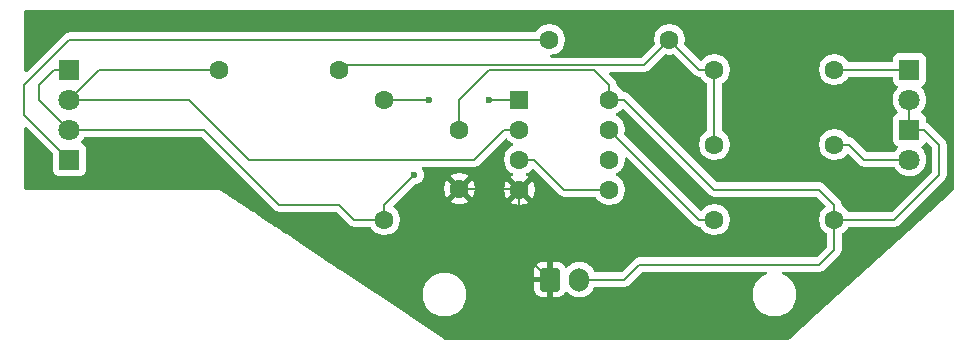
<source format=gbr>
%TF.GenerationSoftware,KiCad,Pcbnew,9.0.4-9.0.4-0~ubuntu22.04.1*%
%TF.CreationDate,2025-10-04T20:23:47+09:00*%
%TF.ProjectId,practice10.13,70726163-7469-4636-9531-302e31332e6b,rev?*%
%TF.SameCoordinates,Original*%
%TF.FileFunction,Copper,L1,Top*%
%TF.FilePolarity,Positive*%
%FSLAX46Y46*%
G04 Gerber Fmt 4.6, Leading zero omitted, Abs format (unit mm)*
G04 Created by KiCad (PCBNEW 9.0.4-9.0.4-0~ubuntu22.04.1) date 2025-10-04 20:23:47*
%MOMM*%
%LPD*%
G01*
G04 APERTURE LIST*
G04 Aperture macros list*
%AMRoundRect*
0 Rectangle with rounded corners*
0 $1 Rounding radius*
0 $2 $3 $4 $5 $6 $7 $8 $9 X,Y pos of 4 corners*
0 Add a 4 corners polygon primitive as box body*
4,1,4,$2,$3,$4,$5,$6,$7,$8,$9,$2,$3,0*
0 Add four circle primitives for the rounded corners*
1,1,$1+$1,$2,$3*
1,1,$1+$1,$4,$5*
1,1,$1+$1,$6,$7*
1,1,$1+$1,$8,$9*
0 Add four rect primitives between the rounded corners*
20,1,$1+$1,$2,$3,$4,$5,0*
20,1,$1+$1,$4,$5,$6,$7,0*
20,1,$1+$1,$6,$7,$8,$9,0*
20,1,$1+$1,$8,$9,$2,$3,0*%
G04 Aperture macros list end*
%TA.AperFunction,ComponentPad*%
%ADD10C,1.800000*%
%TD*%
%TA.AperFunction,ComponentPad*%
%ADD11R,1.800000X1.800000*%
%TD*%
%TA.AperFunction,ComponentPad*%
%ADD12C,1.600000*%
%TD*%
%TA.AperFunction,ComponentPad*%
%ADD13RoundRect,0.250000X-0.600000X-0.750000X0.600000X-0.750000X0.600000X0.750000X-0.600000X0.750000X0*%
%TD*%
%TA.AperFunction,ComponentPad*%
%ADD14O,1.700000X2.000000*%
%TD*%
%TA.AperFunction,ComponentPad*%
%ADD15RoundRect,0.250000X-0.550000X-0.550000X0.550000X-0.550000X0.550000X0.550000X-0.550000X0.550000X0*%
%TD*%
%TA.AperFunction,ViaPad*%
%ADD16C,0.600000*%
%TD*%
%TA.AperFunction,Conductor*%
%ADD17C,0.200000*%
%TD*%
G04 APERTURE END LIST*
D10*
%TO.P,Q2,2,E*%
%TO.N,Net-(Q2-E)*%
X113030000Y-50800000D03*
D11*
%TO.P,Q2,1,C*%
%TO.N,VCC*%
X113030000Y-48260000D03*
%TD*%
D12*
%TO.P,R5,1*%
%TO.N,VCC*%
X139700000Y-60960000D03*
%TO.P,R5,2*%
%TO.N,Net-(J2-Pin_5)*%
X139700000Y-50800000D03*
%TD*%
D13*
%TO.P,J2,1,Pin_1*%
%TO.N,GND*%
X153710000Y-66040000D03*
D14*
%TO.P,J2,2,Pin_2*%
%TO.N,VCC*%
X156210000Y-66040000D03*
%TD*%
D11*
%TO.P,D1,1,K*%
%TO.N,Net-(D1-K)*%
X184150000Y-48260000D03*
D10*
%TO.P,D1,2,A*%
%TO.N,VCC*%
X184150000Y-50800000D03*
%TD*%
D12*
%TO.P,R1,1*%
%TO.N,Net-(D1-K)*%
X177800000Y-48260000D03*
%TO.P,R1,2*%
%TO.N,Net-(R1-Pad2)*%
X167640000Y-48260000D03*
%TD*%
%TO.P,R6,1*%
%TO.N,VCC*%
X177800000Y-60960000D03*
%TO.P,R6,2*%
%TO.N,Net-(J2-Pin_4)*%
X167640000Y-60960000D03*
%TD*%
D11*
%TO.P,D2,1,K*%
%TO.N,Net-(D2-K)*%
X113030000Y-55880000D03*
D10*
%TO.P,D2,2,A*%
%TO.N,VCC*%
X113030000Y-53340000D03*
%TD*%
D12*
%TO.P,R4,1*%
%TO.N,Net-(Q2-E)*%
X125730000Y-48260000D03*
%TO.P,R4,2*%
%TO.N,Net-(R1-Pad2)*%
X135890000Y-48260000D03*
%TD*%
%TO.P,C1,1*%
%TO.N,VCC*%
X146050000Y-53340000D03*
%TO.P,C1,2*%
%TO.N,GND*%
X146050000Y-58340000D03*
%TD*%
%TO.P,R3,1*%
%TO.N,Net-(Q1-E)*%
X177800000Y-54610000D03*
%TO.P,R3,2*%
%TO.N,Net-(R1-Pad2)*%
X167640000Y-54610000D03*
%TD*%
D15*
%TO.P,U1,1*%
%TO.N,Net-(J2-Pin_5)*%
X151130000Y-50800000D03*
D12*
%TO.P,U1,2,-*%
%TO.N,Net-(Q2-E)*%
X151130000Y-53340000D03*
%TO.P,U1,3,+*%
%TO.N,Net-(J2-Pin_3)*%
X151130000Y-55880000D03*
%TO.P,U1,4,V-*%
%TO.N,GND*%
X151130000Y-58420000D03*
%TO.P,U1,5,+*%
%TO.N,Net-(J2-Pin_3)*%
X158750000Y-58420000D03*
%TO.P,U1,6,-*%
%TO.N,Net-(Q1-E)*%
X158750000Y-55880000D03*
%TO.P,U1,7*%
%TO.N,Net-(J2-Pin_4)*%
X158750000Y-53340000D03*
%TO.P,U1,8,V+*%
%TO.N,VCC*%
X158750000Y-50800000D03*
%TD*%
%TO.P,R2,1*%
%TO.N,Net-(D2-K)*%
X153670000Y-45720000D03*
%TO.P,R2,2*%
%TO.N,Net-(R1-Pad2)*%
X163830000Y-45720000D03*
%TD*%
D11*
%TO.P,Q1,1,C*%
%TO.N,VCC*%
X184150000Y-53340000D03*
D10*
%TO.P,Q1,2,E*%
%TO.N,Net-(Q1-E)*%
X184150000Y-55880000D03*
%TD*%
D16*
%TO.N,Net-(J2-Pin_5)*%
X143510000Y-50800000D03*
X148590000Y-50800000D03*
%TO.N,VCC*%
X142240000Y-57150000D03*
%TD*%
D17*
%TO.N,GND*%
X153710000Y-66040000D02*
X151170000Y-63500000D01*
X151170000Y-63500000D02*
X151130000Y-63500000D01*
X151130000Y-63500000D02*
X151130000Y-58420000D01*
%TO.N,Net-(Q2-E)*%
X125730000Y-48260000D02*
X115570000Y-48260000D01*
X115570000Y-48260000D02*
X113030000Y-50800000D01*
%TO.N,Net-(J2-Pin_5)*%
X148590000Y-50800000D02*
X151130000Y-50800000D01*
X143510000Y-50800000D02*
X139700000Y-50800000D01*
%TO.N,VCC*%
X139700000Y-59690000D02*
X142240000Y-57150000D01*
X139700000Y-60960000D02*
X139700000Y-59690000D01*
%TO.N,Net-(D2-K)*%
X113030000Y-45720000D02*
X109220000Y-49530000D01*
X153670000Y-45720000D02*
X113030000Y-45720000D01*
X109220000Y-49530000D02*
X109220000Y-52070000D01*
X109220000Y-52070000D02*
X113030000Y-55880000D01*
%TO.N,Net-(R1-Pad2)*%
X135890000Y-48260000D02*
X136291000Y-47859000D01*
X136291000Y-47859000D02*
X161691000Y-47859000D01*
X161691000Y-47859000D02*
X163830000Y-45720000D01*
%TO.N,Net-(Q2-E)*%
X123190000Y-50800000D02*
X128270000Y-55880000D01*
X128270000Y-55880000D02*
X147320000Y-55880000D01*
X147320000Y-55880000D02*
X149860000Y-53340000D01*
X149860000Y-53340000D02*
X151130000Y-53340000D01*
X113030000Y-50800000D02*
X123190000Y-50800000D01*
%TO.N,VCC*%
X135890000Y-59690000D02*
X130810000Y-59690000D01*
X139700000Y-60960000D02*
X137160000Y-60960000D01*
X130810000Y-59690000D02*
X124460000Y-53340000D01*
X137160000Y-60960000D02*
X135890000Y-59690000D01*
X124460000Y-53340000D02*
X113030000Y-53340000D01*
X113030000Y-53340000D02*
X110490000Y-50800000D01*
X110490000Y-49530000D02*
X111760000Y-48260000D01*
X110490000Y-50800000D02*
X110490000Y-49530000D01*
X111760000Y-48260000D02*
X113030000Y-48260000D01*
X185420000Y-53340000D02*
X186690000Y-54610000D01*
X184150000Y-53340000D02*
X185420000Y-53340000D01*
X186690000Y-57150000D02*
X182880000Y-60960000D01*
X186690000Y-54610000D02*
X186690000Y-57150000D01*
X182880000Y-60960000D02*
X177800000Y-60960000D01*
X158750000Y-49530000D02*
X157480000Y-48260000D01*
X176530000Y-58420000D02*
X177800000Y-59690000D01*
X176530000Y-64770000D02*
X177800000Y-63500000D01*
%TO.N,Net-(J2-Pin_3)*%
X154940000Y-58420000D02*
X152400000Y-55880000D01*
X158750000Y-58420000D02*
X154940000Y-58420000D01*
X152400000Y-55880000D02*
X151130000Y-55880000D01*
%TO.N,VCC*%
X146050000Y-53340000D02*
X146050000Y-50800000D01*
X146050000Y-50800000D02*
X148590000Y-48260000D01*
X148590000Y-48260000D02*
X157480000Y-48260000D01*
X158750000Y-49530000D02*
X158750000Y-50800000D01*
%TO.N,GND*%
X146050000Y-58340000D02*
X151050000Y-58340000D01*
X151050000Y-58340000D02*
X151130000Y-58420000D01*
%TO.N,VCC*%
X161290000Y-64770000D02*
X176530000Y-64770000D01*
X177800000Y-63500000D02*
X177800000Y-60960000D01*
X156210000Y-66040000D02*
X160020000Y-66040000D01*
X160020000Y-66040000D02*
X161290000Y-64770000D01*
%TO.N,Net-(Q1-E)*%
X179070000Y-54610000D02*
X180340000Y-55880000D01*
X177800000Y-54610000D02*
X179070000Y-54610000D01*
X180340000Y-55880000D02*
X184150000Y-55880000D01*
%TO.N,Net-(D1-K)*%
X184150000Y-48260000D02*
X177800000Y-48260000D01*
%TO.N,Net-(R1-Pad2)*%
X167640000Y-48260000D02*
X166370000Y-48260000D01*
X166370000Y-48260000D02*
X163830000Y-45720000D01*
X167640000Y-54610000D02*
X167640000Y-48260000D01*
%TO.N,VCC*%
X158750000Y-50800000D02*
X160020000Y-50800000D01*
X160020000Y-50800000D02*
X167640000Y-58420000D01*
X167640000Y-58420000D02*
X176530000Y-58420000D01*
X177800000Y-59690000D02*
X177800000Y-60960000D01*
%TO.N,Net-(J2-Pin_4)*%
X167640000Y-60960000D02*
X166370000Y-60960000D01*
X166370000Y-60960000D02*
X158750000Y-53340000D01*
%TO.N,VCC*%
X184150000Y-50800000D02*
X184150000Y-53340000D01*
%TD*%
%TA.AperFunction,Conductor*%
%TO.N,GND*%
G36*
X187903039Y-43199685D02*
G01*
X187948794Y-43252489D01*
X187960000Y-43304000D01*
X187960000Y-58365146D01*
X187940315Y-58432185D01*
X187919411Y-58456899D01*
X185845150Y-60342591D01*
X176351452Y-68973226D01*
X174025472Y-71087753D01*
X173962626Y-71118283D01*
X173942061Y-71120000D01*
X144817544Y-71120000D01*
X144750505Y-71100315D01*
X144748761Y-71099174D01*
X139031741Y-67287827D01*
X138883067Y-67188711D01*
X142929500Y-67188711D01*
X142929500Y-67431288D01*
X142961161Y-67671785D01*
X143023947Y-67906104D01*
X143116773Y-68130205D01*
X143116776Y-68130212D01*
X143238064Y-68340289D01*
X143238066Y-68340292D01*
X143238067Y-68340293D01*
X143385733Y-68532736D01*
X143385739Y-68532743D01*
X143557256Y-68704260D01*
X143557262Y-68704265D01*
X143749711Y-68851936D01*
X143959788Y-68973224D01*
X144183900Y-69066054D01*
X144418211Y-69128838D01*
X144598586Y-69152584D01*
X144658711Y-69160500D01*
X144658712Y-69160500D01*
X144901289Y-69160500D01*
X144949388Y-69154167D01*
X145141789Y-69128838D01*
X145376100Y-69066054D01*
X145600212Y-68973224D01*
X145810289Y-68851936D01*
X146002738Y-68704265D01*
X146174265Y-68532738D01*
X146321936Y-68340289D01*
X146443224Y-68130212D01*
X146536054Y-67906100D01*
X146598838Y-67671789D01*
X146630500Y-67431288D01*
X146630500Y-67188712D01*
X146598838Y-66948211D01*
X146536054Y-66713900D01*
X146443224Y-66489788D01*
X146321936Y-66279711D01*
X146174265Y-66087262D01*
X146174260Y-66087256D01*
X146002743Y-65915739D01*
X146002736Y-65915733D01*
X145810293Y-65768067D01*
X145810292Y-65768066D01*
X145810289Y-65768064D01*
X145600212Y-65646776D01*
X145600198Y-65646770D01*
X145376104Y-65553947D01*
X145141785Y-65491161D01*
X144901289Y-65459500D01*
X144901288Y-65459500D01*
X144658712Y-65459500D01*
X144658711Y-65459500D01*
X144418214Y-65491161D01*
X144183895Y-65553947D01*
X143959794Y-65646773D01*
X143959785Y-65646777D01*
X143749706Y-65768067D01*
X143557263Y-65915733D01*
X143557256Y-65915739D01*
X143385739Y-66087256D01*
X143385733Y-66087263D01*
X143238067Y-66279706D01*
X143116777Y-66489785D01*
X143116773Y-66489794D01*
X143023947Y-66713895D01*
X142961161Y-66948214D01*
X142929500Y-67188711D01*
X138883067Y-67188711D01*
X136110057Y-65340038D01*
X135960020Y-65240013D01*
X135792761Y-65128507D01*
X135792752Y-65128501D01*
X135556313Y-64970875D01*
X135389834Y-64859889D01*
X135202427Y-64734951D01*
X135008462Y-64605641D01*
X134534219Y-64289479D01*
X134459042Y-64239361D01*
X134459039Y-64239359D01*
X134415638Y-64210425D01*
X132899855Y-63199903D01*
X131442716Y-62228477D01*
X131218673Y-62079115D01*
X131027948Y-61951965D01*
X130478675Y-61585783D01*
X130476110Y-61584073D01*
X130440749Y-61560499D01*
X130379360Y-61519573D01*
X130335959Y-61490639D01*
X130260782Y-61440521D01*
X130260779Y-61440519D01*
X130086578Y-61324385D01*
X130077761Y-61318507D01*
X130077752Y-61318501D01*
X129693527Y-61062351D01*
X129083198Y-60655465D01*
X128613887Y-60342591D01*
X128584772Y-60323181D01*
X128537693Y-60291795D01*
X128517578Y-60278385D01*
X128474363Y-60249575D01*
X128430962Y-60220641D01*
X128430959Y-60220639D01*
X128396786Y-60197857D01*
X128052053Y-59968035D01*
X128004254Y-59936169D01*
X127871573Y-59847715D01*
X127796156Y-59797437D01*
X127789355Y-59792903D01*
X127732172Y-59754781D01*
X127537133Y-59624755D01*
X127516418Y-59610945D01*
X127417133Y-59544755D01*
X127287320Y-59458213D01*
X127277789Y-59451859D01*
X127000820Y-59267213D01*
X126914219Y-59209479D01*
X126818882Y-59145921D01*
X126795635Y-59130423D01*
X126752420Y-59101613D01*
X126752039Y-59101359D01*
X126752024Y-59101349D01*
X126734249Y-59089499D01*
X126732308Y-59088205D01*
X126704723Y-59069815D01*
X126698882Y-59065921D01*
X126685229Y-59056819D01*
X126679772Y-59053181D01*
X126632039Y-59021359D01*
X126632024Y-59021349D01*
X126478835Y-58919223D01*
X126450782Y-58900521D01*
X126358547Y-58839031D01*
X126276578Y-58784385D01*
X125883527Y-58522351D01*
X125883476Y-58522317D01*
X125785349Y-58456899D01*
X125763476Y-58442317D01*
X125730000Y-58420000D01*
X109344000Y-58420000D01*
X109276961Y-58400315D01*
X109231206Y-58347511D01*
X109220000Y-58296000D01*
X109220000Y-53218597D01*
X109239685Y-53151558D01*
X109292489Y-53105803D01*
X109361647Y-53095859D01*
X109425203Y-53124884D01*
X109431681Y-53130916D01*
X111593181Y-55292416D01*
X111626666Y-55353739D01*
X111629500Y-55380097D01*
X111629500Y-56827870D01*
X111629501Y-56827876D01*
X111635908Y-56887483D01*
X111686202Y-57022328D01*
X111686206Y-57022335D01*
X111772452Y-57137544D01*
X111772455Y-57137547D01*
X111887664Y-57223793D01*
X111887671Y-57223797D01*
X112022517Y-57274091D01*
X112022516Y-57274091D01*
X112029444Y-57274835D01*
X112082127Y-57280500D01*
X113977872Y-57280499D01*
X114037483Y-57274091D01*
X114172331Y-57223796D01*
X114287546Y-57137546D01*
X114373796Y-57022331D01*
X114424091Y-56887483D01*
X114430500Y-56827873D01*
X114430499Y-54932128D01*
X114424091Y-54872517D01*
X114417983Y-54856141D01*
X114373797Y-54737671D01*
X114373793Y-54737664D01*
X114287547Y-54622455D01*
X114287544Y-54622452D01*
X114172335Y-54536206D01*
X114172328Y-54536202D01*
X114092419Y-54506398D01*
X114036485Y-54464527D01*
X114012068Y-54399062D01*
X114026920Y-54330789D01*
X114048069Y-54302537D01*
X114098242Y-54252365D01*
X114227815Y-54074022D01*
X114254521Y-54021610D01*
X114261352Y-54008204D01*
X114309326Y-53957409D01*
X114371836Y-53940500D01*
X124159903Y-53940500D01*
X124226942Y-53960185D01*
X124247584Y-53976819D01*
X130325139Y-60054374D01*
X130325149Y-60054385D01*
X130329479Y-60058715D01*
X130329480Y-60058716D01*
X130441284Y-60170520D01*
X130498989Y-60203835D01*
X130528095Y-60220639D01*
X130528097Y-60220641D01*
X130566151Y-60242611D01*
X130578215Y-60249577D01*
X130730943Y-60290500D01*
X130889057Y-60290500D01*
X135589903Y-60290500D01*
X135656942Y-60310185D01*
X135677584Y-60326819D01*
X136675139Y-61324374D01*
X136675149Y-61324385D01*
X136679479Y-61328715D01*
X136679480Y-61328716D01*
X136791284Y-61440520D01*
X136878095Y-61490639D01*
X136878097Y-61490641D01*
X136928208Y-61519573D01*
X136928215Y-61519577D01*
X137080942Y-61560500D01*
X137080943Y-61560500D01*
X138470398Y-61560500D01*
X138537437Y-61580185D01*
X138580883Y-61628205D01*
X138587715Y-61641614D01*
X138708028Y-61807213D01*
X138852786Y-61951971D01*
X139007749Y-62064556D01*
X139018390Y-62072287D01*
X139099499Y-62113614D01*
X139200776Y-62165218D01*
X139200778Y-62165218D01*
X139200781Y-62165220D01*
X139275818Y-62189601D01*
X139395465Y-62228477D01*
X139496557Y-62244488D01*
X139597648Y-62260500D01*
X139597649Y-62260500D01*
X139802351Y-62260500D01*
X139802352Y-62260500D01*
X140004534Y-62228477D01*
X140199219Y-62165220D01*
X140381610Y-62072287D01*
X140474590Y-62004732D01*
X140547213Y-61951971D01*
X140547215Y-61951968D01*
X140547219Y-61951966D01*
X140691966Y-61807219D01*
X140691968Y-61807215D01*
X140691971Y-61807213D01*
X140744732Y-61734590D01*
X140812287Y-61641610D01*
X140905220Y-61459219D01*
X140968477Y-61264534D01*
X141000500Y-61062352D01*
X141000500Y-60857648D01*
X140968477Y-60655466D01*
X140905220Y-60460781D01*
X140905218Y-60460778D01*
X140905218Y-60460776D01*
X140871503Y-60394607D01*
X140812287Y-60278390D01*
X140791352Y-60249575D01*
X140691971Y-60112786D01*
X140547220Y-59968035D01*
X140547210Y-59968028D01*
X140504807Y-59937220D01*
X140462142Y-59881890D01*
X140456163Y-59812276D01*
X140488769Y-59750481D01*
X140489934Y-59749299D01*
X142001552Y-58237682D01*
X144750000Y-58237682D01*
X144750000Y-58442317D01*
X144782009Y-58644417D01*
X144845244Y-58839031D01*
X144938141Y-59021350D01*
X144938147Y-59021359D01*
X144970523Y-59065921D01*
X144970524Y-59065922D01*
X145650000Y-58386446D01*
X145650000Y-58392661D01*
X145677259Y-58494394D01*
X145729920Y-58585606D01*
X145804394Y-58660080D01*
X145895606Y-58712741D01*
X145997339Y-58740000D01*
X146003553Y-58740000D01*
X145324076Y-59419474D01*
X145368650Y-59451859D01*
X145550968Y-59544755D01*
X145745582Y-59607990D01*
X145947683Y-59640000D01*
X146152317Y-59640000D01*
X146354417Y-59607990D01*
X146549031Y-59544755D01*
X146731349Y-59451859D01*
X146775921Y-59419474D01*
X146775922Y-59419474D01*
X146096447Y-58740000D01*
X146102661Y-58740000D01*
X146204394Y-58712741D01*
X146295606Y-58660080D01*
X146370080Y-58585606D01*
X146422741Y-58494394D01*
X146450000Y-58392661D01*
X146450000Y-58386448D01*
X147129474Y-59065922D01*
X147129474Y-59065921D01*
X147161859Y-59021349D01*
X147254755Y-58839031D01*
X147317990Y-58644417D01*
X147350000Y-58442317D01*
X147350000Y-58237682D01*
X147317990Y-58035582D01*
X147254755Y-57840968D01*
X147161859Y-57658650D01*
X147129474Y-57614077D01*
X147129474Y-57614076D01*
X146450000Y-58293551D01*
X146450000Y-58287339D01*
X146422741Y-58185606D01*
X146370080Y-58094394D01*
X146295606Y-58019920D01*
X146204394Y-57967259D01*
X146102661Y-57940000D01*
X146096446Y-57940000D01*
X146775922Y-57260524D01*
X146775921Y-57260523D01*
X146731359Y-57228147D01*
X146731350Y-57228141D01*
X146549031Y-57135244D01*
X146354417Y-57072009D01*
X146152317Y-57040000D01*
X145947683Y-57040000D01*
X145745582Y-57072009D01*
X145550968Y-57135244D01*
X145368644Y-57228143D01*
X145324077Y-57260523D01*
X145324077Y-57260524D01*
X146003554Y-57940000D01*
X145997339Y-57940000D01*
X145895606Y-57967259D01*
X145804394Y-58019920D01*
X145729920Y-58094394D01*
X145677259Y-58185606D01*
X145650000Y-58287339D01*
X145650000Y-58293553D01*
X144970524Y-57614077D01*
X144970523Y-57614077D01*
X144938143Y-57658644D01*
X144845244Y-57840968D01*
X144782009Y-58035582D01*
X144750000Y-58237682D01*
X142001552Y-58237682D01*
X142254662Y-57984572D01*
X142315983Y-57951089D01*
X142318150Y-57950638D01*
X142376085Y-57939113D01*
X142473497Y-57919737D01*
X142619179Y-57859394D01*
X142750289Y-57771789D01*
X142861789Y-57660289D01*
X142949394Y-57529179D01*
X142953728Y-57518717D01*
X143009735Y-57383501D01*
X143009737Y-57383497D01*
X143024726Y-57308143D01*
X143029610Y-57283592D01*
X143029610Y-57283591D01*
X143040500Y-57228844D01*
X143040500Y-57071155D01*
X143040499Y-57071153D01*
X143016051Y-56948247D01*
X143009737Y-56916503D01*
X142997716Y-56887482D01*
X142949397Y-56770827D01*
X142949390Y-56770814D01*
X142884294Y-56673391D01*
X142863416Y-56606713D01*
X142881901Y-56539333D01*
X142933879Y-56492643D01*
X142987396Y-56480500D01*
X147233331Y-56480500D01*
X147233347Y-56480501D01*
X147240943Y-56480501D01*
X147399054Y-56480501D01*
X147399057Y-56480501D01*
X147551785Y-56439577D01*
X147601904Y-56410639D01*
X147688716Y-56360520D01*
X147800520Y-56248716D01*
X147800520Y-56248714D01*
X147810728Y-56238507D01*
X147810730Y-56238504D01*
X149919223Y-54130010D01*
X149980544Y-54096527D01*
X150050236Y-54101511D01*
X150106169Y-54143383D01*
X150107220Y-54144807D01*
X150138035Y-54187220D01*
X150282786Y-54331971D01*
X150406165Y-54421609D01*
X150448390Y-54452287D01*
X150514377Y-54485909D01*
X150541080Y-54499515D01*
X150591876Y-54547490D01*
X150608671Y-54615311D01*
X150586134Y-54681446D01*
X150541080Y-54720485D01*
X150448386Y-54767715D01*
X150282786Y-54888028D01*
X150138028Y-55032786D01*
X150017715Y-55198386D01*
X149924781Y-55380776D01*
X149861522Y-55575465D01*
X149829500Y-55777648D01*
X149829500Y-55982351D01*
X149861522Y-56184534D01*
X149924781Y-56379223D01*
X149986415Y-56500185D01*
X150013320Y-56552989D01*
X150017715Y-56561613D01*
X150138028Y-56727213D01*
X150282786Y-56871971D01*
X150448385Y-56992284D01*
X150448387Y-56992285D01*
X150448390Y-56992287D01*
X150541080Y-57039515D01*
X150541630Y-57039795D01*
X150592426Y-57087770D01*
X150609221Y-57155591D01*
X150586684Y-57221725D01*
X150541630Y-57260765D01*
X150448644Y-57308143D01*
X150404077Y-57340523D01*
X150404077Y-57340524D01*
X151083554Y-58020000D01*
X151077339Y-58020000D01*
X150975606Y-58047259D01*
X150884394Y-58099920D01*
X150809920Y-58174394D01*
X150757259Y-58265606D01*
X150730000Y-58367339D01*
X150730000Y-58373553D01*
X150050524Y-57694077D01*
X150050523Y-57694077D01*
X150018143Y-57738644D01*
X149925244Y-57920968D01*
X149862009Y-58115582D01*
X149830000Y-58317682D01*
X149830000Y-58522317D01*
X149862009Y-58724417D01*
X149925244Y-58919031D01*
X150018141Y-59101350D01*
X150018147Y-59101359D01*
X150050523Y-59145921D01*
X150050524Y-59145922D01*
X150730000Y-58466446D01*
X150730000Y-58472661D01*
X150757259Y-58574394D01*
X150809920Y-58665606D01*
X150884394Y-58740080D01*
X150975606Y-58792741D01*
X151077339Y-58820000D01*
X151083553Y-58820000D01*
X150404076Y-59499474D01*
X150448650Y-59531859D01*
X150630968Y-59624755D01*
X150825582Y-59687990D01*
X151027683Y-59720000D01*
X151232317Y-59720000D01*
X151434417Y-59687990D01*
X151629031Y-59624755D01*
X151811349Y-59531859D01*
X151855921Y-59499474D01*
X151176447Y-58820000D01*
X151182661Y-58820000D01*
X151284394Y-58792741D01*
X151375606Y-58740080D01*
X151450080Y-58665606D01*
X151502741Y-58574394D01*
X151530000Y-58472661D01*
X151530000Y-58466448D01*
X152209474Y-59145922D01*
X152209474Y-59145921D01*
X152241859Y-59101349D01*
X152334755Y-58919031D01*
X152397990Y-58724417D01*
X152430000Y-58522317D01*
X152430000Y-58317682D01*
X152397990Y-58115582D01*
X152334755Y-57920968D01*
X152241859Y-57738650D01*
X152209474Y-57694077D01*
X152209474Y-57694076D01*
X151530000Y-58373551D01*
X151530000Y-58367339D01*
X151502741Y-58265606D01*
X151450080Y-58174394D01*
X151375606Y-58099920D01*
X151284394Y-58047259D01*
X151182661Y-58020000D01*
X151176446Y-58020000D01*
X151855922Y-57340524D01*
X151855921Y-57340523D01*
X151811359Y-57308147D01*
X151811350Y-57308141D01*
X151718369Y-57260765D01*
X151667573Y-57212790D01*
X151650778Y-57144969D01*
X151673315Y-57078835D01*
X151718370Y-57039795D01*
X151718920Y-57039515D01*
X151811610Y-56992287D01*
X151915919Y-56916503D01*
X151977213Y-56871971D01*
X151977215Y-56871968D01*
X151977219Y-56871966D01*
X152121966Y-56727219D01*
X152152778Y-56684807D01*
X152208105Y-56642143D01*
X152277718Y-56636162D01*
X152339514Y-56668767D01*
X152340777Y-56670012D01*
X154455139Y-58784374D01*
X154455149Y-58784385D01*
X154459479Y-58788715D01*
X154459480Y-58788716D01*
X154571284Y-58900520D01*
X154571286Y-58900521D01*
X154571290Y-58900524D01*
X154708209Y-58979573D01*
X154708216Y-58979577D01*
X154820019Y-59009534D01*
X154860942Y-59020500D01*
X154860943Y-59020500D01*
X157520398Y-59020500D01*
X157587437Y-59040185D01*
X157630883Y-59088205D01*
X157637715Y-59101614D01*
X157758028Y-59267213D01*
X157902786Y-59411971D01*
X158019561Y-59496811D01*
X158068390Y-59532287D01*
X158184607Y-59591503D01*
X158250776Y-59625218D01*
X158250778Y-59625218D01*
X158250781Y-59625220D01*
X158355137Y-59659127D01*
X158445465Y-59688477D01*
X158464697Y-59691523D01*
X158647648Y-59720500D01*
X158647649Y-59720500D01*
X158852351Y-59720500D01*
X158852352Y-59720500D01*
X159054534Y-59688477D01*
X159249219Y-59625220D01*
X159431610Y-59532287D01*
X159542311Y-59451859D01*
X159597213Y-59411971D01*
X159597215Y-59411968D01*
X159597219Y-59411966D01*
X159741966Y-59267219D01*
X159741968Y-59267215D01*
X159741971Y-59267213D01*
X159801547Y-59185212D01*
X159862287Y-59101610D01*
X159955220Y-58919219D01*
X160018477Y-58724534D01*
X160050500Y-58522352D01*
X160050500Y-58317648D01*
X160029586Y-58185606D01*
X160018477Y-58115465D01*
X159976556Y-57986446D01*
X159955220Y-57920781D01*
X159955218Y-57920778D01*
X159955218Y-57920776D01*
X159914553Y-57840968D01*
X159862287Y-57738390D01*
X159830092Y-57694077D01*
X159741971Y-57572786D01*
X159597213Y-57428028D01*
X159431614Y-57307715D01*
X159425006Y-57304348D01*
X159338917Y-57260483D01*
X159288123Y-57212511D01*
X159271328Y-57144690D01*
X159293865Y-57078555D01*
X159338917Y-57039516D01*
X159431610Y-56992287D01*
X159452770Y-56976913D01*
X159597213Y-56871971D01*
X159597215Y-56871968D01*
X159597219Y-56871966D01*
X159741966Y-56727219D01*
X159741968Y-56727215D01*
X159741971Y-56727213D01*
X159811976Y-56630858D01*
X159862287Y-56561610D01*
X159955220Y-56379219D01*
X160018477Y-56184534D01*
X160050500Y-55982352D01*
X160050500Y-55789097D01*
X160070185Y-55722058D01*
X160122989Y-55676303D01*
X160192147Y-55666359D01*
X160255703Y-55695384D01*
X160262181Y-55701416D01*
X165885139Y-61324374D01*
X165885149Y-61324385D01*
X165889479Y-61328715D01*
X165889480Y-61328716D01*
X166001284Y-61440520D01*
X166001286Y-61440521D01*
X166001290Y-61440524D01*
X166138209Y-61519573D01*
X166138216Y-61519577D01*
X166250019Y-61549534D01*
X166290942Y-61560500D01*
X166290943Y-61560500D01*
X166415290Y-61560500D01*
X166420155Y-61560884D01*
X166448423Y-61571665D01*
X166477437Y-61580185D01*
X166480954Y-61584073D01*
X166485438Y-61585783D01*
X166498352Y-61603302D01*
X166520883Y-61628205D01*
X166527715Y-61641614D01*
X166648028Y-61807213D01*
X166792786Y-61951971D01*
X166947749Y-62064556D01*
X166958390Y-62072287D01*
X167039499Y-62113614D01*
X167140776Y-62165218D01*
X167140778Y-62165218D01*
X167140781Y-62165220D01*
X167215818Y-62189601D01*
X167335465Y-62228477D01*
X167436557Y-62244488D01*
X167537648Y-62260500D01*
X167537649Y-62260500D01*
X167742351Y-62260500D01*
X167742352Y-62260500D01*
X167944534Y-62228477D01*
X168139219Y-62165220D01*
X168321610Y-62072287D01*
X168414590Y-62004732D01*
X168487213Y-61951971D01*
X168487215Y-61951968D01*
X168487219Y-61951966D01*
X168631966Y-61807219D01*
X168631968Y-61807215D01*
X168631971Y-61807213D01*
X168684732Y-61734590D01*
X168752287Y-61641610D01*
X168845220Y-61459219D01*
X168908477Y-61264534D01*
X168940500Y-61062352D01*
X168940500Y-60857648D01*
X168908477Y-60655466D01*
X168845220Y-60460781D01*
X168845218Y-60460778D01*
X168845218Y-60460776D01*
X168811503Y-60394607D01*
X168752287Y-60278390D01*
X168731352Y-60249575D01*
X168631971Y-60112786D01*
X168487213Y-59968028D01*
X168321613Y-59847715D01*
X168321612Y-59847714D01*
X168321610Y-59847713D01*
X168248662Y-59810544D01*
X168139223Y-59754781D01*
X167944534Y-59691522D01*
X167769995Y-59663878D01*
X167742352Y-59659500D01*
X167537648Y-59659500D01*
X167513329Y-59663351D01*
X167335465Y-59691522D01*
X167140776Y-59754781D01*
X166958386Y-59847715D01*
X166792786Y-59968028D01*
X166648030Y-60112784D01*
X166617219Y-60155192D01*
X166561888Y-60197857D01*
X166492275Y-60203835D01*
X166430480Y-60171228D01*
X166429221Y-60169986D01*
X160044077Y-53784842D01*
X160010592Y-53723519D01*
X160013828Y-53658841D01*
X160018477Y-53644534D01*
X160050500Y-53442352D01*
X160050500Y-53237648D01*
X160018477Y-53035465D01*
X159961296Y-52859481D01*
X159955220Y-52840781D01*
X159955218Y-52840778D01*
X159955218Y-52840776D01*
X159910637Y-52753283D01*
X159862287Y-52658390D01*
X159824208Y-52605978D01*
X159741971Y-52492786D01*
X159597213Y-52348028D01*
X159431614Y-52227715D01*
X159425006Y-52224348D01*
X159338917Y-52180483D01*
X159288123Y-52132511D01*
X159271328Y-52064690D01*
X159293865Y-51998555D01*
X159338917Y-51959516D01*
X159431610Y-51912287D01*
X159452770Y-51896913D01*
X159597213Y-51791971D01*
X159597215Y-51791968D01*
X159597219Y-51791966D01*
X159741966Y-51647219D01*
X159772778Y-51604807D01*
X159828105Y-51562143D01*
X159897718Y-51556162D01*
X159959514Y-51588767D01*
X159960777Y-51590012D01*
X167155139Y-58784374D01*
X167155149Y-58784385D01*
X167159479Y-58788715D01*
X167159480Y-58788716D01*
X167271284Y-58900520D01*
X167271286Y-58900521D01*
X167271290Y-58900524D01*
X167408209Y-58979573D01*
X167408216Y-58979577D01*
X167520019Y-59009534D01*
X167560942Y-59020500D01*
X167560943Y-59020500D01*
X176229903Y-59020500D01*
X176296942Y-59040185D01*
X176317584Y-59056819D01*
X177009986Y-59749221D01*
X177043471Y-59810544D01*
X177038487Y-59880236D01*
X176996615Y-59936169D01*
X176995192Y-59937219D01*
X176952784Y-59968030D01*
X176808028Y-60112786D01*
X176687715Y-60278386D01*
X176594781Y-60460776D01*
X176531522Y-60655465D01*
X176499500Y-60857648D01*
X176499500Y-61062351D01*
X176531522Y-61264534D01*
X176594781Y-61459223D01*
X176687715Y-61641613D01*
X176808028Y-61807213D01*
X176808034Y-61807219D01*
X176952781Y-61951966D01*
X177118390Y-62072287D01*
X177131793Y-62079116D01*
X177182589Y-62127088D01*
X177199500Y-62189601D01*
X177199500Y-63199903D01*
X177179815Y-63266942D01*
X177163181Y-63287584D01*
X176317584Y-64133181D01*
X176256261Y-64166666D01*
X176229903Y-64169500D01*
X161369057Y-64169500D01*
X161210942Y-64169500D01*
X161058215Y-64210423D01*
X161058214Y-64210423D01*
X161058212Y-64210424D01*
X161058209Y-64210425D01*
X161008096Y-64239359D01*
X161008095Y-64239360D01*
X160964689Y-64264420D01*
X160921285Y-64289479D01*
X160921282Y-64289481D01*
X160809478Y-64401286D01*
X159807584Y-65403181D01*
X159746261Y-65436666D01*
X159719903Y-65439500D01*
X157572148Y-65439500D01*
X157505109Y-65419815D01*
X157461663Y-65371795D01*
X157425407Y-65300639D01*
X157365051Y-65182184D01*
X157326053Y-65128507D01*
X157240109Y-65010213D01*
X157089786Y-64859890D01*
X156917820Y-64734951D01*
X156728414Y-64638444D01*
X156728413Y-64638443D01*
X156728412Y-64638443D01*
X156526243Y-64572754D01*
X156526241Y-64572753D01*
X156526240Y-64572753D01*
X156364957Y-64547208D01*
X156316287Y-64539500D01*
X156103713Y-64539500D01*
X156055042Y-64547208D01*
X155893760Y-64572753D01*
X155691585Y-64638444D01*
X155502179Y-64734951D01*
X155330215Y-64859889D01*
X155191035Y-64999069D01*
X155129712Y-65032553D01*
X155060020Y-65027569D01*
X155004087Y-64985697D01*
X154997815Y-64976484D01*
X154902315Y-64821654D01*
X154778345Y-64697684D01*
X154629124Y-64605643D01*
X154629119Y-64605641D01*
X154462697Y-64550494D01*
X154462690Y-64550493D01*
X154359986Y-64540000D01*
X153960000Y-64540000D01*
X153960000Y-65606988D01*
X153902993Y-65574075D01*
X153775826Y-65540000D01*
X153644174Y-65540000D01*
X153517007Y-65574075D01*
X153460000Y-65606988D01*
X153460000Y-64540000D01*
X153060028Y-64540000D01*
X153060012Y-64540001D01*
X152957302Y-64550494D01*
X152790880Y-64605641D01*
X152790875Y-64605643D01*
X152641654Y-64697684D01*
X152517684Y-64821654D01*
X152425643Y-64970875D01*
X152425641Y-64970880D01*
X152370494Y-65137302D01*
X152370493Y-65137309D01*
X152360000Y-65240013D01*
X152360000Y-65790000D01*
X153276988Y-65790000D01*
X153244075Y-65847007D01*
X153210000Y-65974174D01*
X153210000Y-66105826D01*
X153244075Y-66232993D01*
X153276988Y-66290000D01*
X152360001Y-66290000D01*
X152360001Y-66839986D01*
X152370494Y-66942697D01*
X152425641Y-67109119D01*
X152425643Y-67109124D01*
X152517684Y-67258345D01*
X152641654Y-67382315D01*
X152790875Y-67474356D01*
X152790880Y-67474358D01*
X152957302Y-67529505D01*
X152957309Y-67529506D01*
X153060019Y-67539999D01*
X153459999Y-67539999D01*
X153460000Y-67539998D01*
X153460000Y-66473012D01*
X153517007Y-66505925D01*
X153644174Y-66540000D01*
X153775826Y-66540000D01*
X153902993Y-66505925D01*
X153960000Y-66473012D01*
X153960000Y-67539999D01*
X154359972Y-67539999D01*
X154359986Y-67539998D01*
X154462697Y-67529505D01*
X154629119Y-67474358D01*
X154629124Y-67474356D01*
X154778345Y-67382315D01*
X154902317Y-67258343D01*
X154997815Y-67103516D01*
X155049763Y-67056791D01*
X155118725Y-67045568D01*
X155182808Y-67073412D01*
X155191035Y-67080931D01*
X155330213Y-67220109D01*
X155502179Y-67345048D01*
X155502181Y-67345049D01*
X155502184Y-67345051D01*
X155691588Y-67441557D01*
X155893757Y-67507246D01*
X156103713Y-67540500D01*
X156103714Y-67540500D01*
X156316286Y-67540500D01*
X156316287Y-67540500D01*
X156526243Y-67507246D01*
X156728412Y-67441557D01*
X156917816Y-67345051D01*
X156996579Y-67287827D01*
X157089786Y-67220109D01*
X157089788Y-67220106D01*
X157089792Y-67220104D01*
X157240104Y-67069792D01*
X157240106Y-67069788D01*
X157240109Y-67069786D01*
X157332443Y-66942697D01*
X157365051Y-66897816D01*
X157458761Y-66713900D01*
X157461663Y-66708205D01*
X157509638Y-66657409D01*
X157572148Y-66640500D01*
X159933331Y-66640500D01*
X159933347Y-66640501D01*
X159940943Y-66640501D01*
X160099054Y-66640501D01*
X160099057Y-66640501D01*
X160251785Y-66599577D01*
X160301904Y-66570639D01*
X160388716Y-66520520D01*
X160500520Y-66408716D01*
X160500520Y-66408714D01*
X160510728Y-66398507D01*
X160510729Y-66398504D01*
X161502416Y-65406819D01*
X161563739Y-65373334D01*
X161590097Y-65370500D01*
X171943387Y-65370500D01*
X172010426Y-65390185D01*
X172056181Y-65442989D01*
X172066125Y-65512147D01*
X172037100Y-65575703D01*
X171990839Y-65609061D01*
X171899799Y-65646770D01*
X171899785Y-65646777D01*
X171689706Y-65768067D01*
X171497263Y-65915733D01*
X171497256Y-65915739D01*
X171325739Y-66087256D01*
X171325733Y-66087263D01*
X171178067Y-66279706D01*
X171056777Y-66489785D01*
X171056773Y-66489794D01*
X170963947Y-66713895D01*
X170901161Y-66948214D01*
X170869500Y-67188711D01*
X170869500Y-67431288D01*
X170901161Y-67671785D01*
X170963947Y-67906104D01*
X171056773Y-68130205D01*
X171056776Y-68130212D01*
X171178064Y-68340289D01*
X171178066Y-68340292D01*
X171178067Y-68340293D01*
X171325733Y-68532736D01*
X171325739Y-68532743D01*
X171497256Y-68704260D01*
X171497262Y-68704265D01*
X171689711Y-68851936D01*
X171899788Y-68973224D01*
X172123900Y-69066054D01*
X172358211Y-69128838D01*
X172538586Y-69152584D01*
X172598711Y-69160500D01*
X172598712Y-69160500D01*
X172841289Y-69160500D01*
X172889388Y-69154167D01*
X173081789Y-69128838D01*
X173316100Y-69066054D01*
X173540212Y-68973224D01*
X173750289Y-68851936D01*
X173942738Y-68704265D01*
X174114265Y-68532738D01*
X174261936Y-68340289D01*
X174383224Y-68130212D01*
X174476054Y-67906100D01*
X174538838Y-67671789D01*
X174570500Y-67431288D01*
X174570500Y-67188712D01*
X174538838Y-66948211D01*
X174476054Y-66713900D01*
X174383224Y-66489788D01*
X174261936Y-66279711D01*
X174114265Y-66087262D01*
X174114260Y-66087256D01*
X173942743Y-65915739D01*
X173942736Y-65915733D01*
X173750293Y-65768067D01*
X173750292Y-65768066D01*
X173750289Y-65768064D01*
X173540212Y-65646776D01*
X173540200Y-65646770D01*
X173449161Y-65609061D01*
X173394757Y-65565220D01*
X173372692Y-65498926D01*
X173389971Y-65431227D01*
X173441108Y-65383616D01*
X173496613Y-65370500D01*
X176443331Y-65370500D01*
X176443347Y-65370501D01*
X176450943Y-65370501D01*
X176609054Y-65370501D01*
X176609057Y-65370501D01*
X176761785Y-65329577D01*
X176811904Y-65300639D01*
X176898716Y-65250520D01*
X177010520Y-65138716D01*
X177010520Y-65138714D01*
X177020728Y-65128507D01*
X177020730Y-65128504D01*
X178158506Y-63990728D01*
X178158511Y-63990724D01*
X178168714Y-63980520D01*
X178168716Y-63980520D01*
X178280520Y-63868716D01*
X178350454Y-63747586D01*
X178359577Y-63731785D01*
X178400500Y-63579058D01*
X178400500Y-63420943D01*
X178400500Y-62189601D01*
X178420185Y-62122562D01*
X178468206Y-62079116D01*
X178481610Y-62072287D01*
X178647219Y-61951966D01*
X178791966Y-61807219D01*
X178791968Y-61807215D01*
X178791971Y-61807213D01*
X178912284Y-61641614D01*
X178912285Y-61641613D01*
X178912287Y-61641610D01*
X178919117Y-61628204D01*
X178967091Y-61577409D01*
X179029602Y-61560500D01*
X182793331Y-61560500D01*
X182793347Y-61560501D01*
X182800943Y-61560501D01*
X182959054Y-61560501D01*
X182959057Y-61560501D01*
X183111785Y-61519577D01*
X183161904Y-61490639D01*
X183248716Y-61440520D01*
X183360520Y-61328716D01*
X183360520Y-61328714D01*
X183370728Y-61318507D01*
X183370729Y-61318504D01*
X187170520Y-57518716D01*
X187249577Y-57381784D01*
X187290501Y-57229057D01*
X187290501Y-57070942D01*
X187290501Y-57063347D01*
X187290500Y-57063329D01*
X187290500Y-54530946D01*
X187290499Y-54530939D01*
X187277475Y-54482331D01*
X187249577Y-54378215D01*
X187207575Y-54305466D01*
X187176916Y-54252362D01*
X187170521Y-54241285D01*
X187054385Y-54125149D01*
X187054374Y-54125139D01*
X185907590Y-52978355D01*
X185907588Y-52978352D01*
X185788717Y-52859481D01*
X185788716Y-52859480D01*
X185689839Y-52802394D01*
X185651785Y-52780423D01*
X185631413Y-52774964D01*
X185621135Y-52770064D01*
X185603245Y-52754038D01*
X185582741Y-52741539D01*
X185577695Y-52731150D01*
X185569092Y-52723444D01*
X185562706Y-52700291D01*
X185552215Y-52678691D01*
X185550499Y-52658134D01*
X185550499Y-52392129D01*
X185550498Y-52392123D01*
X185550497Y-52392116D01*
X185544091Y-52332517D01*
X185524495Y-52279978D01*
X185493797Y-52197671D01*
X185493793Y-52197664D01*
X185407547Y-52082455D01*
X185407544Y-52082452D01*
X185292335Y-51996206D01*
X185292328Y-51996202D01*
X185212419Y-51966398D01*
X185156485Y-51924527D01*
X185132068Y-51859062D01*
X185146920Y-51790789D01*
X185168069Y-51762537D01*
X185218242Y-51712365D01*
X185347815Y-51534022D01*
X185447895Y-51337606D01*
X185516015Y-51127951D01*
X185550500Y-50910222D01*
X185550500Y-50689778D01*
X185516015Y-50472049D01*
X185492748Y-50400441D01*
X185447896Y-50262395D01*
X185447895Y-50262393D01*
X185405001Y-50178210D01*
X185347815Y-50065978D01*
X185265573Y-49952781D01*
X185218247Y-49887641D01*
X185218243Y-49887636D01*
X185168071Y-49837464D01*
X185134586Y-49776141D01*
X185139570Y-49706449D01*
X185181442Y-49650516D01*
X185212420Y-49633601D01*
X185292326Y-49603798D01*
X185292326Y-49603797D01*
X185292331Y-49603796D01*
X185407546Y-49517546D01*
X185493796Y-49402331D01*
X185544091Y-49267483D01*
X185550500Y-49207873D01*
X185550499Y-47312128D01*
X185544091Y-47252517D01*
X185538980Y-47238815D01*
X185493797Y-47117671D01*
X185493793Y-47117664D01*
X185407547Y-47002455D01*
X185407544Y-47002452D01*
X185292335Y-46916206D01*
X185292328Y-46916202D01*
X185157482Y-46865908D01*
X185157483Y-46865908D01*
X185097883Y-46859501D01*
X185097881Y-46859500D01*
X185097873Y-46859500D01*
X185097864Y-46859500D01*
X183202129Y-46859500D01*
X183202123Y-46859501D01*
X183142516Y-46865908D01*
X183007671Y-46916202D01*
X183007664Y-46916206D01*
X182892455Y-47002452D01*
X182892452Y-47002455D01*
X182806206Y-47117664D01*
X182806202Y-47117671D01*
X182755908Y-47252517D01*
X182749501Y-47312116D01*
X182749501Y-47312123D01*
X182749500Y-47312135D01*
X182749500Y-47535500D01*
X182729815Y-47602539D01*
X182677011Y-47648294D01*
X182625500Y-47659500D01*
X179029602Y-47659500D01*
X178962563Y-47639815D01*
X178919117Y-47591795D01*
X178912284Y-47578385D01*
X178791971Y-47412786D01*
X178647213Y-47268028D01*
X178481613Y-47147715D01*
X178481612Y-47147714D01*
X178481610Y-47147713D01*
X178390457Y-47101268D01*
X178299223Y-47054781D01*
X178104534Y-46991522D01*
X177907693Y-46960346D01*
X177902352Y-46959500D01*
X177697648Y-46959500D01*
X177692307Y-46960346D01*
X177495465Y-46991522D01*
X177300776Y-47054781D01*
X177118386Y-47147715D01*
X176952786Y-47268028D01*
X176808028Y-47412786D01*
X176687715Y-47578386D01*
X176594781Y-47760776D01*
X176531522Y-47955465D01*
X176499500Y-48157648D01*
X176499500Y-48362351D01*
X176531522Y-48564534D01*
X176594781Y-48759223D01*
X176640798Y-48849534D01*
X176683320Y-48932989D01*
X176687715Y-48941613D01*
X176808028Y-49107213D01*
X176952786Y-49251971D01*
X177107749Y-49364556D01*
X177118390Y-49372287D01*
X177199499Y-49413614D01*
X177300776Y-49465218D01*
X177300778Y-49465218D01*
X177300781Y-49465220D01*
X177375818Y-49489601D01*
X177495465Y-49528477D01*
X177514697Y-49531523D01*
X177697648Y-49560500D01*
X177697649Y-49560500D01*
X177902351Y-49560500D01*
X177902352Y-49560500D01*
X178104534Y-49528477D01*
X178299219Y-49465220D01*
X178481610Y-49372287D01*
X178625862Y-49267483D01*
X178647213Y-49251971D01*
X178647215Y-49251968D01*
X178647219Y-49251966D01*
X178791966Y-49107219D01*
X178791968Y-49107215D01*
X178791971Y-49107213D01*
X178912284Y-48941614D01*
X178912285Y-48941613D01*
X178912287Y-48941610D01*
X178919117Y-48928204D01*
X178967091Y-48877409D01*
X179029602Y-48860500D01*
X182625501Y-48860500D01*
X182692540Y-48880185D01*
X182738295Y-48932989D01*
X182749501Y-48984500D01*
X182749501Y-49207876D01*
X182755908Y-49267483D01*
X182806202Y-49402328D01*
X182806206Y-49402335D01*
X182892452Y-49517544D01*
X182892455Y-49517547D01*
X183007664Y-49603793D01*
X183007671Y-49603797D01*
X183087580Y-49633601D01*
X183143514Y-49675472D01*
X183167931Y-49740936D01*
X183153080Y-49809209D01*
X183131929Y-49837463D01*
X183081756Y-49887636D01*
X183081752Y-49887641D01*
X182952187Y-50065974D01*
X182852104Y-50262393D01*
X182852104Y-50262395D01*
X182783985Y-50472047D01*
X182749500Y-50689778D01*
X182749500Y-50910221D01*
X182783985Y-51127952D01*
X182852103Y-51337603D01*
X182852104Y-51337606D01*
X182902657Y-51436819D01*
X182939636Y-51509394D01*
X182952187Y-51534025D01*
X183081752Y-51712358D01*
X183081756Y-51712363D01*
X183131928Y-51762535D01*
X183165413Y-51823858D01*
X183160429Y-51893550D01*
X183118557Y-51949483D01*
X183087581Y-51966398D01*
X183007669Y-51996203D01*
X183007664Y-51996206D01*
X182892455Y-52082452D01*
X182892452Y-52082455D01*
X182806206Y-52197664D01*
X182806202Y-52197671D01*
X182755908Y-52332517D01*
X182749501Y-52392116D01*
X182749501Y-52392123D01*
X182749500Y-52392135D01*
X182749500Y-54287870D01*
X182749501Y-54287876D01*
X182755908Y-54347483D01*
X182806202Y-54482328D01*
X182806206Y-54482335D01*
X182892452Y-54597544D01*
X182892455Y-54597547D01*
X183007664Y-54683793D01*
X183007671Y-54683797D01*
X183087580Y-54713601D01*
X183143514Y-54755472D01*
X183167931Y-54820936D01*
X183153080Y-54889209D01*
X183131929Y-54917463D01*
X183081756Y-54967636D01*
X183081752Y-54967641D01*
X182952185Y-55145976D01*
X182918648Y-55211796D01*
X182870674Y-55262591D01*
X182808164Y-55279500D01*
X180640097Y-55279500D01*
X180573058Y-55259815D01*
X180552416Y-55243181D01*
X179557590Y-54248355D01*
X179557588Y-54248352D01*
X179438717Y-54129481D01*
X179438716Y-54129480D01*
X179342659Y-54074022D01*
X179301785Y-54050423D01*
X179149057Y-54009499D01*
X179029602Y-54009499D01*
X178962563Y-53989814D01*
X178919118Y-53941796D01*
X178912285Y-53928386D01*
X178791971Y-53762786D01*
X178647213Y-53618028D01*
X178481613Y-53497715D01*
X178481612Y-53497714D01*
X178481610Y-53497713D01*
X178424653Y-53468691D01*
X178299223Y-53404781D01*
X178104534Y-53341522D01*
X177929995Y-53313878D01*
X177902352Y-53309500D01*
X177697648Y-53309500D01*
X177673329Y-53313351D01*
X177495465Y-53341522D01*
X177300776Y-53404781D01*
X177118386Y-53497715D01*
X176952786Y-53618028D01*
X176808028Y-53762786D01*
X176687715Y-53928386D01*
X176594781Y-54110776D01*
X176531522Y-54305465D01*
X176499500Y-54507648D01*
X176499500Y-54712351D01*
X176531522Y-54914534D01*
X176594781Y-55109223D01*
X176687715Y-55291613D01*
X176808028Y-55457213D01*
X176952786Y-55601971D01*
X177081361Y-55695384D01*
X177118390Y-55722287D01*
X177227042Y-55777648D01*
X177300776Y-55815218D01*
X177300778Y-55815218D01*
X177300781Y-55815220D01*
X177405137Y-55849127D01*
X177495465Y-55878477D01*
X177596557Y-55894488D01*
X177697648Y-55910500D01*
X177697649Y-55910500D01*
X177902351Y-55910500D01*
X177902352Y-55910500D01*
X178104534Y-55878477D01*
X178299219Y-55815220D01*
X178481610Y-55722287D01*
X178574590Y-55654732D01*
X178647213Y-55601971D01*
X178647215Y-55601968D01*
X178647219Y-55601966D01*
X178791966Y-55457219D01*
X178822778Y-55414807D01*
X178878105Y-55372143D01*
X178947718Y-55366162D01*
X179009514Y-55398767D01*
X179010777Y-55400012D01*
X179855139Y-56244374D01*
X179855149Y-56244385D01*
X179859479Y-56248715D01*
X179859480Y-56248716D01*
X179971284Y-56360520D01*
X180058095Y-56410639D01*
X180058097Y-56410641D01*
X180108213Y-56439576D01*
X180108215Y-56439577D01*
X180260942Y-56480500D01*
X180260943Y-56480500D01*
X182808164Y-56480500D01*
X182875203Y-56500185D01*
X182918648Y-56548204D01*
X182952185Y-56614023D01*
X183081752Y-56792358D01*
X183081756Y-56792363D01*
X183237636Y-56948243D01*
X183237641Y-56948247D01*
X183363930Y-57040000D01*
X183415978Y-57077815D01*
X183544375Y-57143237D01*
X183612393Y-57177895D01*
X183612396Y-57177896D01*
X183717221Y-57211955D01*
X183822049Y-57246015D01*
X184039778Y-57280500D01*
X184039779Y-57280500D01*
X184260221Y-57280500D01*
X184260222Y-57280500D01*
X184477951Y-57246015D01*
X184687606Y-57177895D01*
X184884022Y-57077815D01*
X185062365Y-56948242D01*
X185218242Y-56792365D01*
X185347815Y-56614022D01*
X185447895Y-56417606D01*
X185516015Y-56207951D01*
X185550500Y-55990222D01*
X185550500Y-55769778D01*
X185516015Y-55552049D01*
X185466616Y-55400012D01*
X185447896Y-55342395D01*
X185447895Y-55342393D01*
X185381351Y-55211796D01*
X185347815Y-55145978D01*
X185265573Y-55032781D01*
X185218247Y-54967641D01*
X185218243Y-54967636D01*
X185168071Y-54917464D01*
X185134586Y-54856141D01*
X185139570Y-54786449D01*
X185181442Y-54730516D01*
X185212420Y-54713601D01*
X185292326Y-54683798D01*
X185292326Y-54683797D01*
X185292331Y-54683796D01*
X185407546Y-54597546D01*
X185474844Y-54507648D01*
X185499112Y-54475231D01*
X185501052Y-54476683D01*
X185541259Y-54436468D01*
X185609530Y-54421609D01*
X185674997Y-54446019D01*
X185688378Y-54457613D01*
X186053181Y-54822416D01*
X186086666Y-54883739D01*
X186089500Y-54910097D01*
X186089500Y-56849902D01*
X186069815Y-56916941D01*
X186053181Y-56937583D01*
X182667584Y-60323181D01*
X182606261Y-60356666D01*
X182579903Y-60359500D01*
X179029602Y-60359500D01*
X178962563Y-60339815D01*
X178919117Y-60291795D01*
X178912284Y-60278385D01*
X178791971Y-60112786D01*
X178647213Y-59968028D01*
X178481610Y-59847712D01*
X178468200Y-59840879D01*
X178417406Y-59792903D01*
X178400500Y-59730397D01*
X178400500Y-59610945D01*
X178400499Y-59610941D01*
X178399708Y-59607990D01*
X178386306Y-59557972D01*
X178369920Y-59496812D01*
X178369920Y-59496811D01*
X178359578Y-59458218D01*
X178359577Y-59458215D01*
X178296435Y-59348851D01*
X178289585Y-59336986D01*
X178280520Y-59321284D01*
X178168716Y-59209480D01*
X178168713Y-59209478D01*
X177017590Y-58058355D01*
X177017588Y-58058352D01*
X176898717Y-57939481D01*
X176898716Y-57939480D01*
X176811904Y-57889360D01*
X176811904Y-57889359D01*
X176811900Y-57889358D01*
X176761785Y-57860423D01*
X176609057Y-57819499D01*
X176450943Y-57819499D01*
X176443347Y-57819499D01*
X176443331Y-57819500D01*
X167940097Y-57819500D01*
X167873058Y-57799815D01*
X167852416Y-57783181D01*
X160507590Y-50438355D01*
X160507588Y-50438352D01*
X160388717Y-50319481D01*
X160388716Y-50319480D01*
X160289839Y-50262394D01*
X160289838Y-50262393D01*
X160251783Y-50240422D01*
X160195881Y-50225443D01*
X160099057Y-50199499D01*
X159979602Y-50199499D01*
X159912563Y-50179814D01*
X159869118Y-50131796D01*
X159862285Y-50118386D01*
X159741971Y-49952786D01*
X159597213Y-49808028D01*
X159431610Y-49687712D01*
X159418200Y-49680879D01*
X159367406Y-49632903D01*
X159350500Y-49570397D01*
X159350500Y-49450946D01*
X159350499Y-49450939D01*
X159337475Y-49402331D01*
X159309577Y-49298215D01*
X159280639Y-49248095D01*
X159230520Y-49161284D01*
X159118716Y-49049480D01*
X159118715Y-49049479D01*
X159114385Y-49045149D01*
X159114374Y-49045139D01*
X158740416Y-48671181D01*
X158706931Y-48609858D01*
X158711915Y-48540166D01*
X158753787Y-48484233D01*
X158819251Y-48459816D01*
X158828097Y-48459500D01*
X161604331Y-48459500D01*
X161604347Y-48459501D01*
X161611943Y-48459501D01*
X161770054Y-48459501D01*
X161770057Y-48459501D01*
X161922785Y-48418577D01*
X162020169Y-48362352D01*
X162059716Y-48339520D01*
X162171520Y-48227716D01*
X162171521Y-48227713D01*
X163385158Y-47014075D01*
X163446479Y-46980592D01*
X163511151Y-46983825D01*
X163525466Y-46988477D01*
X163727648Y-47020500D01*
X163727649Y-47020500D01*
X163932351Y-47020500D01*
X163932352Y-47020500D01*
X164134534Y-46988477D01*
X164148842Y-46983827D01*
X164218682Y-46981831D01*
X164274842Y-47014077D01*
X165885139Y-48624374D01*
X165885149Y-48624385D01*
X165889479Y-48628715D01*
X165889480Y-48628716D01*
X166001284Y-48740520D01*
X166001286Y-48740521D01*
X166001290Y-48740524D01*
X166138209Y-48819573D01*
X166138216Y-48819577D01*
X166250019Y-48849534D01*
X166290942Y-48860500D01*
X166290943Y-48860500D01*
X166415290Y-48860500D01*
X166420155Y-48860884D01*
X166448423Y-48871665D01*
X166477437Y-48880185D01*
X166480954Y-48884073D01*
X166485438Y-48885783D01*
X166498352Y-48903302D01*
X166520883Y-48928205D01*
X166527715Y-48941614D01*
X166648028Y-49107213D01*
X166648034Y-49107219D01*
X166792781Y-49251966D01*
X166958390Y-49372287D01*
X166971793Y-49379116D01*
X167022589Y-49427088D01*
X167039500Y-49489601D01*
X167039500Y-53380397D01*
X167019815Y-53447436D01*
X166971800Y-53490879D01*
X166958389Y-53497712D01*
X166792786Y-53618028D01*
X166648028Y-53762786D01*
X166527715Y-53928386D01*
X166434781Y-54110776D01*
X166371522Y-54305465D01*
X166339500Y-54507648D01*
X166339500Y-54712351D01*
X166371522Y-54914534D01*
X166434781Y-55109223D01*
X166527715Y-55291613D01*
X166648028Y-55457213D01*
X166792786Y-55601971D01*
X166921361Y-55695384D01*
X166958390Y-55722287D01*
X167067042Y-55777648D01*
X167140776Y-55815218D01*
X167140778Y-55815218D01*
X167140781Y-55815220D01*
X167245137Y-55849127D01*
X167335465Y-55878477D01*
X167436557Y-55894488D01*
X167537648Y-55910500D01*
X167537649Y-55910500D01*
X167742351Y-55910500D01*
X167742352Y-55910500D01*
X167944534Y-55878477D01*
X168139219Y-55815220D01*
X168321610Y-55722287D01*
X168414590Y-55654732D01*
X168487213Y-55601971D01*
X168487215Y-55601968D01*
X168487219Y-55601966D01*
X168631966Y-55457219D01*
X168631968Y-55457215D01*
X168631971Y-55457213D01*
X168707148Y-55353739D01*
X168752287Y-55291610D01*
X168845220Y-55109219D01*
X168908477Y-54914534D01*
X168940500Y-54712352D01*
X168940500Y-54507648D01*
X168923301Y-54399062D01*
X168908477Y-54305465D01*
X168879127Y-54215137D01*
X168845220Y-54110781D01*
X168845218Y-54110778D01*
X168845218Y-54110776D01*
X168802710Y-54027350D01*
X168752287Y-53928390D01*
X168744556Y-53917749D01*
X168631971Y-53762786D01*
X168487213Y-53618028D01*
X168321610Y-53497712D01*
X168308200Y-53490879D01*
X168257406Y-53442903D01*
X168240500Y-53380397D01*
X168240500Y-49489601D01*
X168260185Y-49422562D01*
X168308206Y-49379116D01*
X168321610Y-49372287D01*
X168487219Y-49251966D01*
X168631966Y-49107219D01*
X168631968Y-49107215D01*
X168631971Y-49107213D01*
X168684732Y-49034590D01*
X168752287Y-48941610D01*
X168845220Y-48759219D01*
X168908477Y-48564534D01*
X168940500Y-48362352D01*
X168940500Y-48157648D01*
X168908477Y-47955466D01*
X168845220Y-47760781D01*
X168845218Y-47760778D01*
X168845218Y-47760776D01*
X168811503Y-47694607D01*
X168752287Y-47578390D01*
X168721126Y-47535500D01*
X168631971Y-47412786D01*
X168487213Y-47268028D01*
X168321613Y-47147715D01*
X168321612Y-47147714D01*
X168321610Y-47147713D01*
X168230457Y-47101268D01*
X168139223Y-47054781D01*
X167944534Y-46991522D01*
X167747693Y-46960346D01*
X167742352Y-46959500D01*
X167537648Y-46959500D01*
X167532307Y-46960346D01*
X167335465Y-46991522D01*
X167140776Y-47054781D01*
X166958386Y-47147715D01*
X166792786Y-47268028D01*
X166648030Y-47412784D01*
X166617219Y-47455192D01*
X166561888Y-47497857D01*
X166492275Y-47503835D01*
X166430480Y-47471228D01*
X166429221Y-47469986D01*
X165124077Y-46164842D01*
X165090592Y-46103519D01*
X165093828Y-46038841D01*
X165098477Y-46024534D01*
X165130500Y-45822352D01*
X165130500Y-45617648D01*
X165098477Y-45415466D01*
X165035220Y-45220781D01*
X165035218Y-45220778D01*
X165035218Y-45220776D01*
X165001503Y-45154607D01*
X164942287Y-45038390D01*
X164934556Y-45027749D01*
X164821971Y-44872786D01*
X164677213Y-44728028D01*
X164511613Y-44607715D01*
X164511612Y-44607714D01*
X164511610Y-44607713D01*
X164454653Y-44578691D01*
X164329223Y-44514781D01*
X164134534Y-44451522D01*
X163959995Y-44423878D01*
X163932352Y-44419500D01*
X163727648Y-44419500D01*
X163703329Y-44423351D01*
X163525465Y-44451522D01*
X163330776Y-44514781D01*
X163148386Y-44607715D01*
X162982786Y-44728028D01*
X162838028Y-44872786D01*
X162717715Y-45038386D01*
X162624781Y-45220776D01*
X162561522Y-45415465D01*
X162529500Y-45617648D01*
X162529500Y-45822351D01*
X162561522Y-46024534D01*
X162566173Y-46038848D01*
X162568165Y-46108690D01*
X162535921Y-46164842D01*
X161478584Y-47222181D01*
X161417261Y-47255666D01*
X161390903Y-47258500D01*
X153845245Y-47258500D01*
X153778206Y-47238815D01*
X153732451Y-47186011D01*
X153722507Y-47116853D01*
X153751532Y-47053297D01*
X153810310Y-47015523D01*
X153825845Y-47012027D01*
X153974534Y-46988477D01*
X154169219Y-46925220D01*
X154351610Y-46832287D01*
X154444590Y-46764732D01*
X154517213Y-46711971D01*
X154517215Y-46711968D01*
X154517219Y-46711966D01*
X154661966Y-46567219D01*
X154661968Y-46567215D01*
X154661971Y-46567213D01*
X154714732Y-46494590D01*
X154782287Y-46401610D01*
X154875220Y-46219219D01*
X154938477Y-46024534D01*
X154970500Y-45822352D01*
X154970500Y-45617648D01*
X154938477Y-45415466D01*
X154875220Y-45220781D01*
X154875218Y-45220778D01*
X154875218Y-45220776D01*
X154841503Y-45154607D01*
X154782287Y-45038390D01*
X154774556Y-45027749D01*
X154661971Y-44872786D01*
X154517213Y-44728028D01*
X154351613Y-44607715D01*
X154351612Y-44607714D01*
X154351610Y-44607713D01*
X154294653Y-44578691D01*
X154169223Y-44514781D01*
X153974534Y-44451522D01*
X153799995Y-44423878D01*
X153772352Y-44419500D01*
X153567648Y-44419500D01*
X153543329Y-44423351D01*
X153365465Y-44451522D01*
X153170776Y-44514781D01*
X152988386Y-44607715D01*
X152822786Y-44728028D01*
X152678028Y-44872786D01*
X152557715Y-45038385D01*
X152550883Y-45051795D01*
X152502909Y-45102591D01*
X152440398Y-45119500D01*
X113116670Y-45119500D01*
X113116654Y-45119499D01*
X113109058Y-45119499D01*
X112950943Y-45119499D01*
X112874579Y-45139961D01*
X112798214Y-45160423D01*
X112798209Y-45160426D01*
X112661290Y-45239475D01*
X112661282Y-45239481D01*
X109431681Y-48469083D01*
X109370358Y-48502568D01*
X109300666Y-48497584D01*
X109244733Y-48455712D01*
X109220316Y-48390248D01*
X109220000Y-48381402D01*
X109220000Y-43304000D01*
X109239685Y-43236961D01*
X109292489Y-43191206D01*
X109344000Y-43180000D01*
X187836000Y-43180000D01*
X187903039Y-43199685D01*
G37*
%TD.AperFunction*%
%TD*%
M02*

</source>
